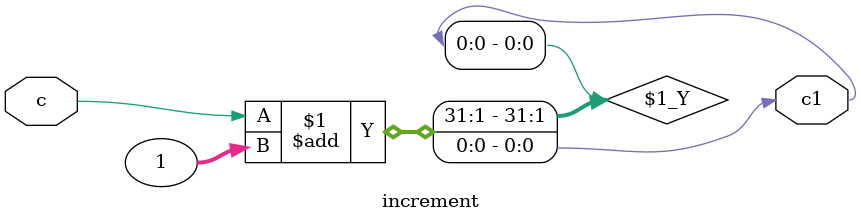
<source format=v>
`timescale 1ns / 1ps
module increment(
    input c,
    output c1
    );
  
   assign c1 = c + 1;
endmodule

</source>
